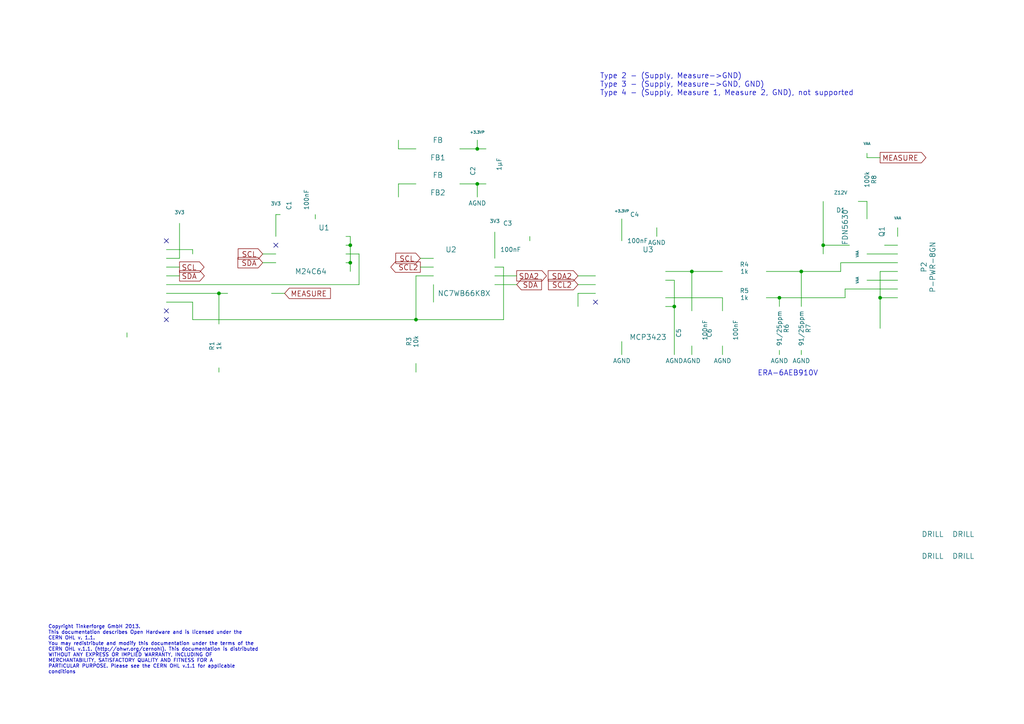
<source format=kicad_sch>
(kicad_sch (version 20230121) (generator eeschema)
  (paper "A4")
  (title_block (title "Industrial Dual 0-20mA Bricklet") (date "25 jun 2013") (rev "1.0") (company "Tinkerforge GmbH") (comment 1 "Licensed under CERN OHL v.1.1") (comment 2 "Copyright (©) 2013, B.Nordmeyer <bastian@tinkerforge.com>"))
  (lib_symbols)
  (junction (at 226.06 86.36))
  (junction (at 200.66 78.74))
  (junction (at 232.41 78.74))
  (junction (at 255.27 86.36))
  (junction (at 195.58 88.9))
  (junction (at 238.76 71.12))
  (junction (at 138.43 43.18))
  (junction (at 120.65 92.71))
  (junction (at 63.5 85.09))
  (junction (at 101.6 76.2))
  (junction (at 138.43 53.34))
  (junction (at 101.6 71.12))
  (no_connect (at 48.26 90.17))
  (no_connect (at 48.26 69.85))
  (no_connect (at 80.01 71.12))
  (no_connect (at 172.72 87.63))
  (no_connect (at 48.26 92.71))
  (wire (pts (xy 190.5 68.58) (xy 190.5 66.04)))
  (wire (pts (xy 200.66 78.74) (xy 209.55 78.74)))
  (wire (pts (xy 101.6 76.2) (xy 101.6 71.12)))
  (wire (pts (xy 243.84 76.2) (xy 260.35 76.2)))
  (wire (pts (xy 180.34 102.87) (xy 180.34 99.06)))
  (wire (pts (xy 125.73 80.01) (xy 120.65 80.01)))
  (wire (pts (xy 125.73 77.47) (xy 121.92 77.47)))
  (wire (pts (xy 251.46 45.72) (xy 255.27 45.72)))
  (wire (pts (xy 172.72 82.55) (xy 167.64 82.55)))
  (wire (pts (xy 226.06 102.87) (xy 226.06 101.6)))
  (wire (pts (xy 243.84 78.74) (xy 232.41 78.74)))
  (wire (pts (xy 48.26 77.47) (xy 52.07 77.47)))
  (wire (pts (xy 200.66 102.87) (xy 200.66 100.33)))
  (wire (pts (xy 115.57 40.64) (xy 115.57 43.18)))
  (wire (pts (xy 238.76 58.42) (xy 238.76 71.12)))
  (wire (pts (xy 251.46 73.66) (xy 260.35 73.66)))
  (wire (pts (xy 115.57 53.34) (xy 115.57 57.15)))
  (wire (pts (xy 48.26 74.93) (xy 52.07 74.93)))
  (wire (pts (xy 146.05 92.71) (xy 146.05 77.47)))
  (wire (pts (xy 195.58 88.9) (xy 195.58 102.87)))
  (wire (pts (xy 255.27 78.74) (xy 255.27 86.36)))
  (wire (pts (xy 232.41 78.74) (xy 232.41 88.9)))
  (wire (pts (xy 76.2 76.2) (xy 80.01 76.2)))
  (wire (pts (xy 222.25 86.36) (xy 226.06 86.36)))
  (wire (pts (xy 63.5 106.68) (xy 63.5 107.95)))
  (wire (pts (xy 260.35 81.28) (xy 251.46 81.28)))
  (wire (pts (xy 149.86 80.01) (xy 143.51 80.01)))
  (wire (pts (xy 120.65 105.41) (xy 120.65 107.95)))
  (wire (pts (xy 260.35 78.74) (xy 255.27 78.74)))
  (wire (pts (xy 193.04 88.9) (xy 195.58 88.9)))
  (wire (pts (xy 125.73 74.93) (xy 121.92 74.93)))
  (wire (pts (xy 195.58 81.28) (xy 195.58 88.9)))
  (wire (pts (xy 48.26 85.09) (xy 63.5 85.09)))
  (wire (pts (xy 101.6 68.58) (xy 100.33 68.58)))
  (wire (pts (xy 243.84 76.2) (xy 243.84 78.74)))
  (wire (pts (xy 36.83 97.79) (xy 36.83 96.52)))
  (wire (pts (xy 101.6 76.2) (xy 100.33 76.2)))
  (wire (pts (xy 146.05 77.47) (xy 143.51 77.47)))
  (wire (pts (xy 143.51 67.31) (xy 143.51 74.93)))
  (wire (pts (xy 232.41 78.74) (xy 222.25 78.74)))
  (wire (pts (xy 200.66 90.17) (xy 200.66 78.74)))
  (wire (pts (xy 167.64 80.01) (xy 172.72 80.01)))
  (wire (pts (xy 125.73 87.63) (xy 125.73 82.55)))
  (wire (pts (xy 138.43 53.34) (xy 140.97 53.34)))
  (wire (pts (xy 55.88 92.71) (xy 120.65 92.71)))
  (wire (pts (xy 193.04 78.74) (xy 200.66 78.74)))
  (wire (pts (xy 91.44 63.5) (xy 91.44 62.23)))
  (wire (pts (xy 251.46 45.72) (xy 251.46 44.45)))
  (wire (pts (xy 238.76 71.12) (xy 246.38 71.12)))
  (wire (pts (xy 101.6 71.12) (xy 100.33 71.12)))
  (wire (pts (xy 100.33 73.66) (xy 104.14 73.66)))
  (wire (pts (xy 104.14 73.66) (xy 104.14 82.55)))
  (wire (pts (xy 172.72 85.09) (xy 167.64 85.09)))
  (wire (pts (xy 104.14 82.55) (xy 48.26 82.55)))
  (wire (pts (xy 52.07 80.01) (xy 48.26 80.01)))
  (wire (pts (xy 115.57 43.18) (xy 120.65 43.18)))
  (wire (pts (xy 251.46 58.42) (xy 251.46 63.5)))
  (wire (pts (xy 82.55 85.09) (xy 78.74 85.09)))
  (wire (pts (xy 167.64 85.09) (xy 167.64 88.9)))
  (wire (pts (xy 260.35 68.58) (xy 260.35 66.04)))
  (wire (pts (xy 209.55 102.87) (xy 209.55 100.33)))
  (wire (pts (xy 143.51 82.55) (xy 149.86 82.55)))
  (wire (pts (xy 133.35 53.34) (xy 138.43 53.34)))
  (wire (pts (xy 232.41 102.87) (xy 232.41 101.6)))
  (wire (pts (xy 52.07 74.93) (xy 52.07 64.77)))
  (wire (pts (xy 226.06 86.36) (xy 226.06 88.9)))
  (wire (pts (xy 226.06 86.36) (xy 245.11 86.36)))
  (wire (pts (xy 81.28 62.23) (xy 80.01 62.23)))
  (wire (pts (xy 248.92 58.42) (xy 251.46 58.42)))
  (wire (pts (xy 63.5 85.09) (xy 66.04 85.09)))
  (wire (pts (xy 115.57 53.34) (xy 120.65 53.34)))
  (wire (pts (xy 48.26 72.39) (xy 55.88 72.39)))
  (wire (pts (xy 138.43 43.18) (xy 140.97 43.18)))
  (wire (pts (xy 101.6 78.74) (xy 101.6 76.2)))
  (wire (pts (xy 238.76 71.12) (xy 238.76 73.66)))
  (wire (pts (xy 245.11 86.36) (xy 245.11 83.82)))
  (wire (pts (xy 120.65 92.71) (xy 146.05 92.71)))
  (wire (pts (xy 138.43 40.64) (xy 138.43 43.18)))
  (wire (pts (xy 209.55 86.36) (xy 193.04 86.36)))
  (wire (pts (xy 256.54 71.12) (xy 260.35 71.12)))
  (wire (pts (xy 63.5 85.09) (xy 63.5 93.98)))
  (wire (pts (xy 55.88 87.63) (xy 48.26 87.63)))
  (wire (pts (xy 76.2 73.66) (xy 80.01 73.66)))
  (wire (pts (xy 209.55 90.17) (xy 209.55 86.36)))
  (wire (pts (xy 55.88 92.71) (xy 55.88 87.63)))
  (wire (pts (xy 193.04 81.28) (xy 195.58 81.28)))
  (wire (pts (xy 101.6 71.12) (xy 101.6 68.58)))
  (wire (pts (xy 55.88 72.39) (xy 55.88 73.66)))
  (wire (pts (xy 80.01 62.23) (xy 80.01 68.58)))
  (wire (pts (xy 260.35 86.36) (xy 255.27 86.36)))
  (wire (pts (xy 153.67 69.85) (xy 153.67 68.58)))
  (wire (pts (xy 180.34 63.5) (xy 180.34 69.85)))
  (wire (pts (xy 138.43 53.34) (xy 138.43 57.15)))
  (wire (pts (xy 245.11 83.82) (xy 260.35 83.82)))
  (wire (pts (xy 133.35 43.18) (xy 138.43 43.18)))
  (wire (pts (xy 120.65 80.01) (xy 120.65 92.71)))
  (wire (pts (xy 255.27 86.36) (xy 255.27 95.25)))
  (text "Type 2 - (Supply, Measure->GND)\nType 3 - (Supply, Measure->GND, GND)\nType 4 - (Supply, Measure 1, Measure 2, GND), not supported" (at 173.99 27.94 0) (effects (font (size 1.524 1.524)) (justify left bottom)))
  (text "ERA-6AEB910V" (at 219.71 109.22 0) (effects (font (size 1.524 1.524)) (justify left bottom)))
  (text "Copyright Tinkerforge GmbH 2013.\nThis documentation describes Open Hardware and is licensed under the\nCERN OHL v. 1.1.\nYou may redistribute and modify this documentation under the terms of the\nCERN OHL v.1.1. (http://ohwr.org/cernohl). This documentation is distributed\nWITHOUT ANY EXPRESS OR IMPLIED WARRANTY, INCLUDING OF\nMERCHANTABILITY, SATISFACTORY QUALITY AND FITNESS FOR A\nPARTICULAR PURPOSE. Please see the CERN OHL v.1.1 for applicable\nconditions\n" (at 13.97 195.58 0) (effects (font (size 1.016 1.016)) (justify left bottom)))
  (global_label "SDA" (shape input) (at 76.2 76.2 180) (effects (font (size 1.524 1.524))) (property "Intersheetrefs" "${INTERSHEET_REFS}" (effects hide)))
  (global_label "SDA2" (shape input) (at 167.64 80.01 180) (effects (font (size 1.524 1.524))) (property "Intersheetrefs" "${INTERSHEET_REFS}" (effects hide)))
  (global_label "SDA" (shape input) (at 149.86 82.55 0) (effects (font (size 1.524 1.524))) (property "Intersheetrefs" "${INTERSHEET_REFS}" (effects hide)))
  (global_label "SCL" (shape input) (at 121.92 74.93 180) (effects (font (size 1.524 1.524))) (property "Intersheetrefs" "${INTERSHEET_REFS}" (effects hide)))
  (global_label "SCL" (shape input) (at 76.2 73.66 180) (effects (font (size 1.524 1.524))) (property "Intersheetrefs" "${INTERSHEET_REFS}" (effects hide)))
  (global_label "SCL2" (shape input) (at 167.64 82.55 180) (effects (font (size 1.524 1.524))) (property "Intersheetrefs" "${INTERSHEET_REFS}" (effects hide)))
  (global_label "SCL2" (shape output) (at 121.92 77.47 180) (effects (font (size 1.524 1.524))) (property "Intersheetrefs" "${INTERSHEET_REFS}" (effects hide)))
  (global_label "SCL" (shape output) (at 52.07 77.47 0) (effects (font (size 1.524 1.524))) (property "Intersheetrefs" "${INTERSHEET_REFS}" (effects hide)))
  (global_label "SDA2" (shape output) (at 149.86 80.01 0) (effects (font (size 1.524 1.524))) (property "Intersheetrefs" "${INTERSHEET_REFS}" (effects hide)))
  (global_label "SDA" (shape output) (at 52.07 80.01 0) (effects (font (size 1.524 1.524))) (property "Intersheetrefs" "${INTERSHEET_REFS}" (effects hide)))
  (global_label "MEASURE" (shape output) (at 255.27 45.72 0) (effects (font (size 1.524 1.524))) (property "Intersheetrefs" "${INTERSHEET_REFS}" (effects hide)))
  (global_label "MEASURE" (shape input) (at 82.55 85.09 0) (effects (font (size 1.524 1.524))) (property "Intersheetrefs" "${INTERSHEET_REFS}" (effects hide)))
  (symbol (lib_id "CAT24C") (at 90.17 78.74 0) (mirror y) (unit 1)
    (property "Reference" "U1" (at 93.98 66.04 0) (effects (font (size 1.524 1.524))))
    (property "Value" "M24C64" (at 90.17 78.74 0) (effects (font (size 1.524 1.524))))
    (property "Footprint" "SOIC8" (effects hide))
  )
  (symbol (lib_id "CON-SENSOR") (at 36.83 81.28 0) (mirror y) (unit 1)
    (property "Reference" "P1" (at 31.75 67.31 0) (effects (font (size 1.524 1.524))))
    (property "Value" "CON-SENSOR" (at 31.75 81.28 90) (effects (font (size 1.524 1.524))))
    (property "Footprint" "CON-SENSOR" (effects hide))
  )
  (symbol (lib_id "3V3") (at 52.07 64.77 0) (unit 1)
    (property "Reference" "#PWR021" (effects hide))
    (property "Value" "3V3" (at 52.07 61.595 0) (effects (font (size 1.016 1.016))))
  )
  (symbol (lib_id "3V3") (at 80.01 62.23 0) (unit 1)
    (property "Reference" "#PWR020" (effects hide))
    (property "Value" "3V3" (at 80.01 59.055 0) (effects (font (size 1.016 1.016))))
  )
  (symbol (lib_id "GND") (at 101.6 78.74 0) (unit 1)
    (property "Reference" "#PWR019" (effects hide))
    (property "Value" "GND" (effects hide))
  )
  (symbol (lib_id "GND") (at 91.44 63.5 0) (unit 1)
    (property "Reference" "#PWR018" (effects hide))
    (property "Value" "GND" (effects hide))
  )
  (symbol (lib_id "C") (at 86.36 62.23 90) (unit 1)
    (property "Reference" "C1" (at 83.82 60.96 0) (effects (justify left)))
    (property "Value" "100nF" (at 88.9 60.96 0) (effects (justify left)))
    (property "Footprint" "C0603" (effects hide))
  )
  (symbol (lib_id "GND") (at 55.88 73.66 0) (unit 1)
    (property "Reference" "#PWR017" (effects hide))
    (property "Value" "GND" (effects hide))
  )
  (symbol (lib_id "CONN_8") (at 269.24 77.47 0) (unit 1)
    (property "Reference" "P2" (at 267.97 77.47 90) (effects (font (size 1.524 1.524))))
    (property "Value" "P-PWR-8GN" (at 270.51 77.47 90) (effects (font (size 1.524 1.524))))
    (property "Footprint" "OQ_8P" (effects hide))
  )
  (symbol (lib_id "DRILL") (at 279.4 161.29 0) (unit 1)
    (property "Reference" "U7" (effects hide))
    (property "Value" "DRILL" (at 279.4 161.29 0) (effects (font (size 1.524 1.524))))
    (property "Footprint" "DRILL_NP" (effects hide))
  )
  (symbol (lib_id "DRILL") (at 279.4 154.94 0) (unit 1)
    (property "Reference" "U6" (effects hide))
    (property "Value" "DRILL" (at 279.4 154.94 0) (effects (font (size 1.524 1.524))))
    (property "Footprint" "DRILL_NP" (effects hide))
  )
  (symbol (lib_id "DRILL") (at 270.51 154.94 0) (unit 1)
    (property "Reference" "U4" (effects hide))
    (property "Value" "DRILL" (at 270.51 154.94 0) (effects (font (size 1.524 1.524))))
    (property "Footprint" "DRILL_NP" (effects hide))
  )
  (symbol (lib_id "DRILL") (at 270.51 161.29 0) (unit 1)
    (property "Reference" "U5" (effects hide))
    (property "Value" "DRILL" (at 270.51 161.29 0) (effects (font (size 1.524 1.524))))
    (property "Footprint" "DRILL_NP" (effects hide))
  )
  (symbol (lib_id "GND") (at 36.83 97.79 0) (unit 1)
    (property "Reference" "#PWR016" (effects hide))
    (property "Value" "GND" (effects hide))
  )
  (symbol (lib_id "MCP3423") (at 182.88 83.82 0) (mirror y) (unit 1)
    (property "Reference" "U3" (at 187.96 72.39 0) (effects (font (size 1.524 1.524))))
    (property "Value" "MCP3423" (at 187.96 97.79 0) (effects (font (size 1.524 1.524))))
    (property "Footprint" "MSOP10-0.5" (effects hide))
  )
  (symbol (lib_id "C") (at 148.59 68.58 90) (unit 1)
    (property "Reference" "C3" (at 148.59 64.77 90) (effects (justify left)))
    (property "Value" "100nF" (at 151.13 72.39 90) (effects (justify left)))
    (property "Footprint" "C0603" (effects hide))
  )
  (symbol (lib_id "C") (at 185.42 66.04 90) (unit 1)
    (property "Reference" "C4" (at 185.42 62.23 90) (effects (justify left)))
    (property "Value" "100nF" (at 187.96 69.85 90) (effects (justify left)))
    (property "Footprint" "C0603" (effects hide))
  )
  (symbol (lib_id "+3.3VP") (at 180.34 63.5 0) (unit 1)
    (property "Reference" "#PWR015" (effects hide))
    (property "Value" "+3.3VP" (at 180.34 61.214 0) (effects (font (size 0.762 0.762))))
  )
  (symbol (lib_id "AGND") (at 190.5 68.58 0) (unit 1)
    (property "Reference" "#PWR014" (effects hide))
    (property "Value" "AGND" (at 190.5 70.358 0))
  )
  (symbol (lib_id "AGND") (at 180.34 102.87 0) (unit 1)
    (property "Reference" "#PWR013" (effects hide))
    (property "Value" "AGND" (at 180.34 104.648 0))
  )
  (symbol (lib_id "VAA") (at 260.35 66.04 0) (unit 1)
    (property "Reference" "#PWR012" (effects hide))
    (property "Value" "VAA" (at 260.35 63.246 0) (effects (font (size 0.762 0.762))))
  )
  (symbol (lib_id "MOSFET_N_CH") (at 251.46 68.58 270) (unit 1)
    (property "Reference" "Q1" (at 255.778 68.834 0) (effects (font (size 1.524 1.524)) (justify right)))
    (property "Value" "FDN5630" (at 245.11 71.12 0) (effects (font (size 1.524 1.524)) (justify right)))
    (property "Footprint" "SOT23GDS" (effects hide))
  )
  (symbol (lib_id "R") (at 251.46 52.07 0) (unit 1)
    (property "Reference" "R8" (at 253.492 52.07 90))
    (property "Value" "100k" (at 251.46 52.07 90))
    (property "Footprint" "R0603" (effects hide))
  )
  (symbol (lib_id "ZENER") (at 243.84 58.42 180) (unit 1)
    (property "Reference" "D1" (at 243.84 60.96 0))
    (property "Value" "Z12V" (at 243.84 55.88 0) (effects (font (size 1.016 1.016))))
    (property "Footprint" "MiniMelf" (effects hide))
  )
  (symbol (lib_id "VAA") (at 251.46 44.45 0) (unit 1)
    (property "Reference" "#PWR011" (effects hide))
    (property "Value" "VAA" (at 251.46 41.656 0) (effects (font (size 0.762 0.762))))
  )
  (symbol (lib_id "AGND") (at 238.76 73.66 0) (unit 1)
    (property "Reference" "#PWR010" (effects hide))
    (property "Value" "AGND" (at 238.76 75.438 0))
  )
  (symbol (lib_id "R") (at 232.41 95.25 0) (unit 1)
    (property "Reference" "R7" (at 234.442 95.25 90))
    (property "Value" "91/25ppm" (at 232.41 95.25 90))
    (property "Footprint" "R0805" (effects hide))
  )
  (symbol (lib_id "R") (at 226.06 95.25 0) (unit 1)
    (property "Reference" "R6" (at 228.092 95.25 90))
    (property "Value" "91/25ppm" (at 226.06 95.25 90))
    (property "Footprint" "R0805" (effects hide))
  )
  (symbol (lib_id "AGND") (at 255.27 95.25 0) (unit 1)
    (property "Reference" "#PWR09" (effects hide))
    (property "Value" "AGND" (at 255.27 97.028 0))
  )
  (symbol (lib_id "VAA") (at 251.46 73.66 90) (unit 1)
    (property "Reference" "#PWR08" (effects hide))
    (property "Value" "VAA" (at 248.666 73.66 0) (effects (font (size 0.762 0.762))))
  )
  (symbol (lib_id "AGND") (at 195.58 102.87 0) (unit 1)
    (property "Reference" "#PWR07" (effects hide))
    (property "Value" "AGND" (at 195.58 104.648 0))
  )
  (symbol (lib_id "AGND") (at 226.06 102.87 0) (unit 1)
    (property "Reference" "#PWR06" (effects hide))
    (property "Value" "AGND" (at 226.06 104.648 0))
  )
  (symbol (lib_id "AGND") (at 232.41 102.87 0) (unit 1)
    (property "Reference" "#PWR05" (effects hide))
    (property "Value" "AGND" (at 232.41 104.648 0))
  )
  (symbol (lib_id "VAA") (at 251.46 81.28 90) (unit 1)
    (property "Reference" "#PWR04" (effects hide))
    (property "Value" "VAA" (at 248.666 81.28 0) (effects (font (size 0.762 0.762))))
  )
  (symbol (lib_id "R") (at 215.9 78.74 90) (unit 1)
    (property "Reference" "R4" (at 215.9 76.708 90))
    (property "Value" "1k" (at 215.9 78.74 90))
    (property "Footprint" "R0603" (effects hide))
  )
  (symbol (lib_id "R") (at 215.9 86.36 90) (unit 1)
    (property "Reference" "R5" (at 215.9 84.328 90))
    (property "Value" "1k" (at 215.9 86.36 90))
    (property "Footprint" "R0603" (effects hide))
  )
  (symbol (lib_id "C") (at 209.55 95.25 180) (unit 1)
    (property "Reference" "C6" (at 205.74 95.25 90) (effects (justify left)))
    (property "Value" "100nF" (at 213.36 92.71 90) (effects (justify left)))
    (property "Footprint" "C0603" (effects hide))
  )
  (symbol (lib_id "C") (at 200.66 95.25 180) (unit 1)
    (property "Reference" "C5" (at 196.85 95.25 90) (effects (justify left)))
    (property "Value" "100nF" (at 204.47 92.71 90) (effects (justify left)))
    (property "Footprint" "C0603" (effects hide))
  )
  (symbol (lib_id "AGND") (at 200.66 102.87 0) (unit 1)
    (property "Reference" "#PWR03" (effects hide))
    (property "Value" "AGND" (at 200.66 104.648 0))
  )
  (symbol (lib_id "AGND") (at 209.55 102.87 0) (unit 1)
    (property "Reference" "#PWR02" (effects hide))
    (property "Value" "AGND" (at 209.55 104.648 0))
  )
  (symbol (lib_id "AGND") (at 167.64 88.9 0) (unit 1)
    (property "Reference" "#PWR01" (effects hide))
    (property "Value" "AGND" (at 167.64 90.678 0))
  )
  (symbol (lib_id "INDUCT") (at 127 43.18 270) (unit 1)
    (property "Reference" "FB1" (at 127 45.72 90) (effects (font (size 1.524 1.524))))
    (property "Value" "FB" (at 127 40.64 90) (effects (font (size 1.524 1.524))))
    (property "Footprint" "C0603" (effects hide))
  )
  (symbol (lib_id "+3.3VP") (at 138.43 40.64 0) (unit 1)
    (property "Reference" "#PWR022" (effects hide))
    (property "Value" "+3.3VP" (at 138.43 38.354 0) (effects (font (size 0.762 0.762))))
  )
  (symbol (lib_id "3V3") (at 115.57 40.64 0) (unit 1)
    (property "Reference" "#PWR023" (effects hide))
    (property "Value" "3V3" (at 115.57 37.465 0) (effects (font (size 1.016 1.016))))
  )
  (symbol (lib_id "INDUCT") (at 127 53.34 270) (unit 1)
    (property "Reference" "FB2" (at 127 55.88 90) (effects (font (size 1.524 1.524))))
    (property "Value" "FB" (at 127 50.8 90) (effects (font (size 1.524 1.524))))
    (property "Footprint" "C0603" (effects hide))
  )
  (symbol (lib_id "AGND") (at 138.43 57.15 0) (unit 1)
    (property "Reference" "#PWR024" (effects hide))
    (property "Value" "AGND" (at 138.43 58.928 0))
  )
  (symbol (lib_id "GND") (at 115.57 57.15 0) (unit 1)
    (property "Reference" "#PWR025" (effects hide))
    (property "Value" "GND" (effects hide))
  )
  (symbol (lib_id "3V3") (at 143.51 67.31 0) (unit 1)
    (property "Reference" "#PWR026" (effects hide))
    (property "Value" "3V3" (at 143.51 64.135 0) (effects (font (size 1.016 1.016))))
  )
  (symbol (lib_id "GND") (at 153.67 69.85 0) (unit 1)
    (property "Reference" "#PWR027" (effects hide))
    (property "Value" "GND" (effects hide))
  )
  (symbol (lib_id "ANALOG_SWITCH") (at 134.62 78.74 0) (unit 1)
    (property "Reference" "U2" (at 130.81 72.39 0) (effects (font (size 1.524 1.524))))
    (property "Value" "NC7WB66K8X" (at 134.62 85.09 0) (effects (font (size 1.524 1.524))))
    (property "Footprint" "VSSOP8" (effects hide))
  )
  (symbol (lib_id "GND") (at 125.73 87.63 0) (unit 1)
    (property "Reference" "#PWR028" (effects hide))
    (property "Value" "GND" (effects hide))
  )
  (symbol (lib_id "R") (at 120.65 99.06 180) (unit 1)
    (property "Reference" "R3" (at 118.618 99.06 90))
    (property "Value" "10k" (at 120.65 99.06 90))
    (property "Footprint" "R0603" (effects hide))
  )
  (symbol (lib_id "GND") (at 63.5 107.95 0) (unit 1)
    (property "Reference" "#PWR029" (effects hide))
    (property "Value" "GND" (effects hide))
  )
  (symbol (lib_id "R") (at 63.5 100.33 180) (unit 1)
    (property "Reference" "R1" (at 61.468 100.33 90))
    (property "Value" "1k" (at 63.5 100.33 90))
    (property "Footprint" "R0603" (effects hide))
  )
  (symbol (lib_id "GND") (at 120.65 107.95 0) (unit 1)
    (property "Reference" "#PWR030" (effects hide))
    (property "Value" "GND" (effects hide))
  )
  (symbol (lib_id "R") (at 72.39 85.09 270) (unit 1)
    (property "Reference" "R2" (at 72.39 87.122 90))
    (property "Value" "6k8" (at 72.39 85.09 90))
    (property "Footprint" "R0603" (effects hide))
  )
  (symbol (lib_id "C") (at 140.97 48.26 180) (unit 1)
    (property "Reference" "C2" (at 137.16 48.26 90) (effects (justify left)))
    (property "Value" "1µF" (at 144.78 45.72 90) (effects (justify left)))
    (property "Footprint" "C0603" (effects hide))
  )
)
</source>
